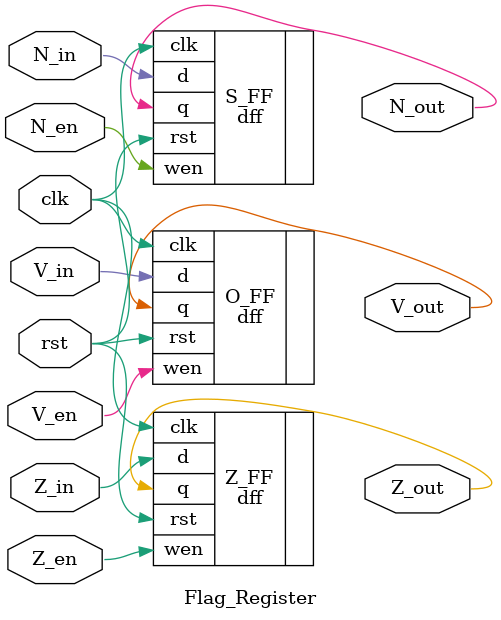
<source format=v>
/* Holds flag values set by ALU operations.
 * Zero, Overflow, and Sign flags, written to by ALU, read from by
 * control module. Made up of 3 outputs.
 */

module Flag_Register(
  input clk, rst, // clk and async reset signal
  input Z_in, V_in, N_in, // inputs to each flag bit FFs
  input Z_en, V_en, N_en, // write enable signals for each FF
  output Z_out, V_out, N_out // FF outputs
  );

// instantiate each FF for each bit
dff Z_FF(.clk(clk), .rst(rst), .d(Z_in), .wen(Z_en), .q(Z_out));
dff O_FF(.clk(clk), .rst(rst), .d(V_in), .wen(V_en), .q(V_out));
dff S_FF(.clk(clk), .rst(rst), .d(N_in), .wen(N_en), .q(N_out));

endmodule

</source>
